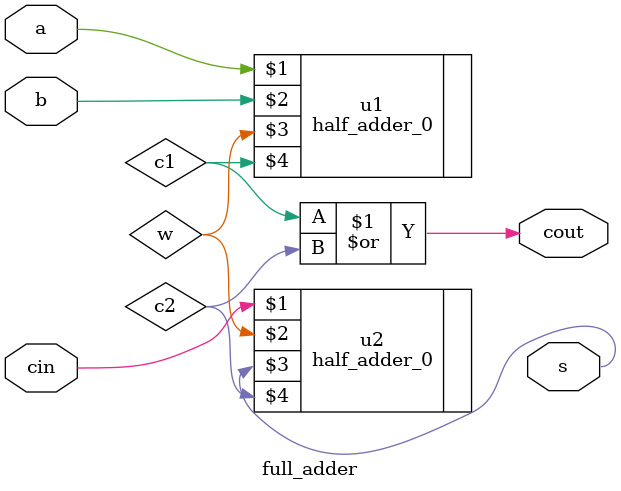
<source format=v>
`timescale 1ns / 1ps


module full_adder(
    input a,
    input b,
    input cin,
    output s,
    output cout
    );
    wire w, c1, c2;
    half_adder_0 u1(a, b, w, c1);
    half_adder_0 u2(cin, w, s, c2);
    assign cout = c1 | c2;
endmodule

</source>
